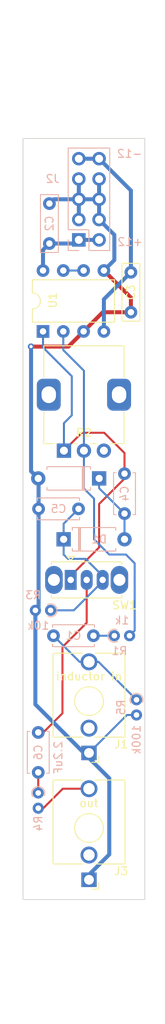
<source format=kicad_pcb>
(kicad_pcb (version 20211014) (generator pcbnew)
  (layers (0 "F.Cu" signal) (31 "B.Cu" signal) (34 "B.Paste" user) (35 "F.Paste" user) (36 "B.SilkS" user "B.Silkscreen") (37 "F.SilkS" user "F.Silkscreen") (38 "B.Mask" user) (39 "F.Mask" user) (44 "Edge.Cuts" user))
  (net 0 "")
  (net 1 "+12V")
  (net 2 "GND")
  (net 3 "-12V")
  (net 4 "Net-(1n34a1-Pad1)")
  (net 5 "Net-(C1-Pad1)")
  (net 6 "Net-(C1-Pad2)")
  (net 7 "Net-(C4-Pad1)")
  (net 8 "Net-(C5-Pad1)")
  (net 9 "Net-(C6-Pad1)")
  (net 10 "Net-(C6-Pad2)")
  (net 11 "Net-(J3-PadT)")
  (net 12 "Net-(R1-Pad2)")
  (net 13 "Net-(U1-Pad6)")
  (footprint "Connector_Audio:Jack_3.5mm_QingPu_WQP-PJ398SM_Vertical_CircularHoles" (layer "F.Cu") (at 186.055 124.525 180)
    (fp_text reference "J3" (at -4.03 1.08) (layer "F.SilkS"))
    (fp_text value "out" (at 0 9.59) (layer "F.SilkS"))
    (fp_line (start -0.8 12.48) (end -4.5 12.48) (layer "F.SilkS") (width 0.12))
    (fp_line (start -1.23 -1.17) (end -0.37 -1.17) (layer "F.SilkS") (width 0.12))
    (fp_line (start -0.72 1.98) (end -4.5 1.98) (layer "F.SilkS") (width 0.12))
    (fp_line (start -4.5 1.98) (end -4.5 12.48) (layer "F.SilkS") (width 0.12))
    (fp_line (start 4.5 1.98) (end 0.72 1.98) (layer "F.SilkS") (width 0.12))
    (fp_line (start 4.5 1.98) (end 4.5 12.48) (layer "F.SilkS") (width 0.12))
    (fp_line (start 4.5 12.48) (end 0.8 12.48) (layer "F.SilkS") (width 0.12))
    (fp_line (start -1.23 -1.17) (end -1.23 -0.37) (layer "F.SilkS") (width 0.12))
    (fp_circle (center 0 6.48) (end 1.8 6.48) (layer "F.SilkS") (width 0.12) (fill none))
    (pad "S" thru_hole rect (at 0 0) (size 1.93 1.83) (drill 1.22) (layers *.Cu *.Mask) (net 2 "GND"))
    (pad "T" thru_hole circle (at 0 11.4) (size 2.13 2.13) (drill 1.43) (layers *.Cu *.Mask) (net 11 "Net-(J3-PadT)"))
    (pad "TN" thru_hole circle (at 0 3.1) (size 2.13 2.13) (drill 1.42) (layers *.Cu *.Mask))
  )
  (footprint "Package_DIP:DIP-8_W7.62mm" (layer "F.Cu") (at 180.3 55.9 90)
    (fp_text reference "U1" (at 3.9 1.2 90) (layer "F.SilkS"))
    (fp_text value "TL072")
    (fp_line (start 1.16 -1.33) (end 1.16 8.95) (layer "F.SilkS") (width 0.12))
    (fp_line (start 6.46 -1.33) (end 4.81 -1.33) (layer "F.SilkS") (width 0.12))
    (fp_line (start 2.81 -1.33) (end 1.16 -1.33) (layer "F.SilkS") (width 0.12))
    (fp_line (start 1.16 8.95) (end 6.46 8.95) (layer "F.SilkS") (width 0.12))
    (fp_line (start 6.46 8.95) (end 6.46 -1.33) (layer "F.SilkS") (width 0.12))
    (fp_arc (start 4.81 -1.33) (mid 3.81 -0.33) (end 2.81 -1.33) (layer "F.SilkS") (width 0.12))
    (pad "1" thru_hole rect (at 0 0 90) (size 1.6 1.6) (drill 0.8) (layers *.Cu *.Mask) (net 7 "Net-(C4-Pad1)"))
    (pad "2" thru_hole oval (at 0 2.54 90) (size 1.6 1.6) (drill 0.8) (layers *.Cu *.Mask) (net 12 "Net-(R1-Pad2)"))
    (pad "3" thru_hole oval (at 0 5.08 90) (size 1.6 1.6) (drill 0.8) (layers *.Cu *.Mask) (net 2 "GND"))
    (pad "4" thru_hole oval (at 0 7.62 90) (size 1.6 1.6) (drill 0.8) (layers *.Cu *.Mask) (net 3 "-12V"))
    (pad "5" thru_hole oval (at 7.62 7.62 90) (size 1.6 1.6) (drill 0.8) (layers *.Cu *.Mask) (net 2 "GND"))
    (pad "6" thru_hole oval (at 7.62 5.08 90) (size 1.6 1.6) (drill 0.8) (layers *.Cu *.Mask) (net 13 "Net-(U1-Pad6)"))
    (pad "7" thru_hole oval (at 7.62 2.54 90) (size 1.6 1.6) (drill 0.8) (layers *.Cu *.Mask) (net 13 "Net-(U1-Pad6)"))
    (pad "8" thru_hole oval (at 7.62 0 90) (size 1.6 1.6) (drill 0.8) (layers *.Cu *.Mask) (net 1 "+12V"))
  )
  (footprint "Capacitor_THT:C_Rect_L7.0mm_W2.0mm_P5.00mm" (layer "F.Cu") (at 191.3 48.5 -90)
    (fp_text reference "C3" (at 2.5 0 90) (layer "F.SilkS"))
    (fp_text value "10uF")
    (fp_line (start 6.12 -1.12) (end 6.12 1.12) (layer "F.SilkS") (width 0.12))
    (fp_line (start -1.12 1.12) (end 6.12 1.12) (layer "F.SilkS") (width 0.12))
    (fp_line (start -1.12 -1.12) (end -1.12 1.12) (layer "F.SilkS") (width 0.12))
    (fp_line (start -1.12 -1.12) (end 6.12 -1.12) (layer "F.SilkS") (width 0.12))
    (pad "1" thru_hole circle (at 0 0 270) (size 1.6 1.6) (drill 0.8) (layers *.Cu *.Mask) (net 3 "-12V"))
    (pad "2" thru_hole circle (at 5 0 270) (size 1.6 1.6) (drill 0.8) (layers *.Cu *.Mask) (net 2 "GND"))
  )
  (footprint "Potentiometer_THT:Potentiometer_Alps_RK09K_Single_Vertical" (layer "F.Cu") (at 182.92 70.82 90)
    (fp_text reference "R2" (at 2.24 2.5 180) (layer "F.SilkS"))
    (fp_text value "500k(audio)")
    (fp_line (start 0.88 1.25) (end 0.88 1.63) (layer "F.SilkS") (width 0.12))
    (fp_line (start 13.12 -2.521) (end 13.12 7.52) (layer "F.SilkS") (width 0.12))
    (fp_line (start 9.184 7.52) (end 13.12 7.52) (layer "F.SilkS") (width 0.12))
    (fp_line (start 0.88 3.371) (end 0.88 4.13) (layer "F.SilkS") (width 0.12))
    (fp_line (start 0.88 -2.521) (end 4.817 -2.521) (layer "F.SilkS") (width 0.12))
    (fp_line (start 0.88 7.52) (end 4.817 7.52) (layer "F.SilkS") (width 0.12))
    (fp_line (start 0.88 -2.521) (end 0.88 -1.2) (layer "F.SilkS") (width 0.12))
    (fp_line (start 0.88 5.87) (end 0.88 7.52) (layer "F.SilkS") (width 0.12))
    (fp_line (start 9.184 -2.521) (end 13.12 -2.521) (layer "F.SilkS") (width 0.12))
    (pad "1" thru_hole rect (at 0 0 90) (size 1.8 1.8) (drill 1) (layers *.Cu *.Mask) (net 7 "Net-(C4-Pad1)"))
    (pad "2" thru_hole circle (at 0 2.5 90) (size 1.8 1.8) (drill 1) (layers *.Cu *.Mask) (net 12 "Net-(R1-Pad2)"))
    (pad "3" thru_hole circle (at 0 5 90) (size 1.8 1.8) (drill 1) (layers *.Cu *.Mask))
    (pad "MP" thru_hole roundrect (at 7 6.9 90) (size 4 3) (drill oval 2.1 1.8) (layers *.Cu *.Mask))
    (pad "MP" thru_hole roundrect (at 7 -1.9 90) (size 4 3) (drill oval 2.1 1.8) (layers *.Cu *.Mask))
  )
  (footprint "Button_Switch_THT:SW_Slide_1P2T_CK_OS102011MS2Q" (layer "F.Cu") (at 183.765 86.995)
    (fp_text reference "SW1" (at 6.735 3.175) (layer "F.SilkS"))
    (fp_text value "demodulate")
    (fp_line (start -2.41 2.26) (end -2.41 1.95) (layer "F.SilkS") (width 0.12))
    (fp_line (start 0 -2.46) (end 0.5 -2.96) (layer "F.SilkS") (width 0.12))
    (fp_line (start -0.5 -2.96) (end 0 -2.46) (layer "F.SilkS") (width 0.12))
    (fp_line (start 0.5 -2.96) (end -0.5 -2.96) (layer "F.SilkS") (width 0.12))
    (fp_line (start -2.41 -1.95) (end -2.41 -2.26) (layer "F.SilkS") (width 0.12))
    (fp_line (start 6.41 2.26) (end -2.41 2.26) (layer "F.SilkS") (width 0.12))
    (fp_line (start 6.41 2.26) (end 6.41 1.95) (layer "F.SilkS") (width 0.12))
    (fp_line (start 6.41 -2.26) (end 6.41 -1.95) (layer "F.SilkS") (width 0.12))
    (fp_line (start -2.41 -2.26) (end 6.41 -2.26) (layer "F.SilkS") (width 0.12))
    (pad "" thru_hole oval (at 6.1 0) (size 2.2 3.5) (drill 1.5) (layers *.Cu *.Mask))
    (pad "" thru_hole oval (at -2.1 0) (size 2.2 3.5) (drill 1.5) (layers *.Cu *.Mask))
    (pad "1" thru_hole rect (at 0 0) (size 1.5 2.5) (drill 0.8) (layers *.Cu *.Mask) (net 7 "Net-(C4-Pad1)"))
    (pad "2" thru_hole oval (at 2 0) (size 1.5 2.5) (drill 0.8) (layers *.Cu *.Mask) (net 9 "Net-(C6-Pad1)"))
    (pad "3" thru_hole oval (at 4 0) (size 1.5 2.5) (drill 0.8) (layers *.Cu *.Mask) (net 8 "Net-(C5-Pad1)"))
  )
  (footprint "Connector_Audio:Jack_3.5mm_QingPu_WQP-PJ398SM_Vertical_CircularHoles" (layer "F.Cu") (at 186.055 108.65 180)
    (fp_text reference "J1" (at -4.03 1.08) (layer "F.SilkS"))
    (fp_text value "inductor in" (at 0 9.59) (layer "F.SilkS"))
    (fp_line (start 4.5 1.98) (end 4.5 12.48) (layer "F.SilkS") (width 0.12))
    (fp_line (start -1.23 -1.17) (end -1.23 -0.37) (layer "F.SilkS") (width 0.12))
    (fp_line (start 4.5 1.98) (end 0.72 1.98) (layer "F.SilkS") (width 0.12))
    (fp_line (start -4.5 1.98) (end -4.5 12.48) (layer "F.SilkS") (width 0.12))
    (fp_line (start -0.72 1.98) (end -4.5 1.98) (layer "F.SilkS") (width 0.12))
    (fp_line (start 4.5 12.48) (end 0.8 12.48) (layer "F.SilkS") (width 0.12))
    (fp_line (start -1.23 -1.17) (end -0.37 -1.17) (layer "F.SilkS") (width 0.12))
    (fp_line (start -0.8 12.48) (end -4.5 12.48) (layer "F.SilkS") (width 0.12))
    (fp_circle (center 0 6.48) (end 1.8 6.48) (layer "F.SilkS") (width 0.12) (fill none))
    (pad "S" thru_hole rect (at 0 0) (size 1.93 1.83) (drill 1.22) (layers *.Cu *.Mask) (net 2 "GND"))
    (pad "T" thru_hole circle (at 0 11.4) (size 2.13 2.13) (drill 1.43) (layers *.Cu *.Mask) (net 5 "Net-(C1-Pad1)"))
    (pad "TN" thru_hole circle (at 0 3.1) (size 2.13 2.13) (drill 1.42) (layers *.Cu *.Mask))
  )
  (footprint "Capacitor_THT:C_Disc_D5.0mm_W2.5mm_P5.00mm" (layer "B.Cu") (at 181.61 93.98)
    (fp_text reference "C1" (at 2.5 0) (layer "B.SilkS") (effects (justify mirror)))
    (fp_text value "2.2uF")
    (fp_line (start -0.12 1.37) (end 5.12 1.37) (layer "B.SilkS") (width 0.12))
    (fp_line (start -0.12 -1.055) (end -0.12 -1.37) (layer "B.SilkS") (width 0.12))
    (fp_line (start 5.12 -1.055) (end 5.12 -1.37) (layer "B.SilkS") (width 0.12))
    (fp_line (start -0.12 1.37) (end -0.12 1.055) (layer "B.SilkS") (width 0.12))
    (fp_line (start 5.12 1.37) (end 5.12 1.055) (layer "B.SilkS") (width 0.12))
    (fp_line (start -0.12 -1.37) (end 5.12 -1.37) (layer "B.SilkS") (width 0.12))
    (pad "1" thru_hole circle (at 0 0) (size 1.6 1.6) (drill 0.8) (layers *.Cu *.Mask) (net 5 "Net-(C1-Pad1)"))
    (pad "2" thru_hole circle (at 5 0) (size 1.6 1.6) (drill 0.8) (layers *.Cu *.Mask) (net 6 "Net-(C1-Pad2)"))
  )
  (footprint "Resistor_THT:R_Axial_DIN0204_L3.6mm_D1.6mm_P1.90mm_Vertical" (layer "B.Cu") (at 179.705 113.665 -90)
    (fp_text reference "R4" (at 3.81 0 90) (layer "B.SilkS") (effects (justify mirror)))
    (fp_text value "1k")
    (fp_arc (start 0.417133 0.7) (mid -0.813042 0.054435) (end 0.320095 -0.749359) (layer "B.SilkS") (width 0.12))
    (pad "1" thru_hole circle (at 0 0 270) (size 1.4 1.4) (drill 0.7) (layers *.Cu *.Mask) (net 10 "Net-(C6-Pad2)"))
    (pad "2" thru_hole oval (at 1.9 0 270) (size 1.4 1.4) (drill 0.7) (layers *.Cu *.Mask) (net 11 "Net-(J3-PadT)"))
  )
  (footprint "Diode_THT:D_A-405_P7.62mm_Horizontal" (layer "B.Cu") (at 187.325 74.295 180)
    (fp_text reference "1n34a1" hide)
    (fp_text value "D")
    (fp_line (start 1.87 1.47) (end 1.87 -1.47) (layer "B.SilkS") (width 0.12))
    (fp_line (start 1.09 1.47) (end 6.53 1.47) (layer "B.SilkS") (width 0.12))
    (fp_line (start 1.99 1.47) (end 1.99 -1.47) (layer "B.SilkS") (width 0.12))
    (fp_line (start 1.09 -1.14) (end 1.09 -1.47) (layer "B.SilkS") (width 0.12))
    (fp_line (start 6.53 1.47) (end 6.53 1.14) (layer "B.SilkS") (width 0.12))
    (fp_line (start 6.53 -1.47) (end 6.53 -1.14) (layer "B.SilkS") (width 0.12))
    (fp_line (start 1.09 -1.47) (end 6.53 -1.47) (layer "B.SilkS") (width 0.12))
    (fp_line (start 2.11 1.47) (end 2.11 -1.47) (layer "B.SilkS") (width 0.12))
    (fp_line (start 1.09 1.14) (end 1.09 1.47) (layer "B.SilkS") (width 0.12))
    (pad "1" thru_hole rect (at 0 0 180) (size 1.8 1.8) (drill 0.9) (layers *.Cu *.Mask) (net 4 "Net-(1n34a1-Pad1)"))
    (pad "2" thru_hole oval (at 7.62 0 180) (size 1.8 1.8) (drill 0.9) (layers *.Cu *.Mask) (net 2 "GND"))
  )
  (footprint "Diode_THT:D_A-405_P7.62mm_Horizontal" (layer "B.Cu") (at 182.88 81.915)
    (fp_text reference "D1" (at 4.445 0) (layer "B.SilkS") (effects (justify mirror)))
    (fp_text value "1n34a" hide)
    (fp_line (start 1.09 -1.14) (end 1.09 -1.47) (layer "B.SilkS") (width 0.12))
    (fp_line (start 6.53 1.47) (end 6.53 1.14) (layer "B.SilkS") (width 0.12))
    (fp_line (start 1.09 1.14) (end 1.09 1.47) (layer "B.SilkS") (width 0.12))
    (fp_line (start 6.53 -1.47) (end 6.53 -1.14) (layer "B.SilkS") (width 0.12))
    (fp_line (start 1.09 -1.47) (end 6.53 -1.47) (layer "B.SilkS") (width 0.12))
    (fp_line (start 2.11 1.47) (end 2.11 -1.47) (layer "B.SilkS") (width 0.12))
    (fp_line (start 1.99 1.47) (end 1.99 -1.47) (layer "B.SilkS") (width 0.12))
    (fp_line (start 1.09 1.47) (end 6.53 1.47) (layer "B.SilkS") (width 0.12))
    (fp_line (start 1.87 1.47) (end 1.87 -1.47) (layer "B.SilkS") (width 0.12))
    (pad "1" thru_hole rect (at 0 0) (size 1.8 1.8) (drill 0.9) (layers *.Cu *.Mask) (net 8 "Net-(C5-Pad1)"))
    (pad "2" thru_hole oval (at 7.62 0) (size 1.8 1.8) (drill 0.9) (layers *.Cu *.Mask) (net 4 "Net-(1n34a1-Pad1)"))
  )
  (footprint "Resistor_THT:R_Axial_DIN0204_L3.6mm_D1.6mm_P1.90mm_Vertical" (layer "B.Cu") (at 192 102 -90)
    (fp_text reference "R5" (at 0.95 1.92 90) (layer "B.SilkS") (effects (justify mirror)))
    (fp_text value "100k" (at 5 0 90) (layer "B.SilkS") (effects (justify mirror)))
    (fp_arc (start 0.417133 0.7) (mid -0.813042 0.054435) (end 0.320095 -0.749359) (layer "B.SilkS") (width 0.12))
    (pad "1" thru_hole circle (at 0 0 270) (size 1.4 1.4) (drill 0.7) (layers *.Cu *.Mask) (net 5 "Net-(C1-Pad1)"))
    (pad "2" thru_hole oval (at 1.9 0 270) (size 1.4 1.4) (drill 0.7) (layers *.Cu *.Mask) (net 2 "GND"))
  )
  (footprint "Resistor_THT:R_Axial_DIN0204_L3.6mm_D1.6mm_P1.90mm_Vertical" (layer "B.Cu") (at 181.245 90.805 180)
    (fp_text reference "R3" (at 2.175 1.905) (layer "B.SilkS") (effects (justify mirror)))
    (fp_text value "10k" (at 1.54 -1.905) (layer "B.SilkS") (effects (justify mirror)))
    (fp_arc (start 0.417133 0.7) (mid -0.813042 0.054435) (end 0.320095 -0.749359) (layer "B.SilkS") (width 0.12))
    (pad "1" thru_hole circle (at 0 0 180) (size 1.4 1.4) (drill 0.7) (layers *.Cu *.Mask) (net 8 "Net-(C5-Pad1)"))
    (pad "2" thru_hole oval (at 1.9 0 180) (size 1.4 1.4) (drill 0.7) (layers *.Cu *.Mask) (net 2 "GND"))
  )
  (footprint "Resistor_THT:R_Axial_DIN0204_L3.6mm_D1.6mm_P1.90mm_Vertical" (layer "B.Cu") (at 189.23 93.98)
    (fp_text reference "R1" (at 0.635 1.905) (layer "B.SilkS") (effects (justify mirror)))
    (fp_text value "1k" (at 0.95 -1.92) (layer "B.SilkS") (effects (justify mirror)))
    (fp_arc (start 0.417133 0.7) (mid -0.813042 0.054435) (end 0.320095 -0.749359) (layer "B.SilkS") (width 0.12))
    (pad "1" thru_hole circle (at 0 0) (size 1.4 1.4) (drill 0.7) (layers *.Cu *.Mask) (net 6 "Net-(C1-Pad2)"))
    (pad "2" thru_hole oval (at 1.9 0) (size 1.4 1.4) (drill 0.7) (layers *.Cu *.Mask) (net 12 "Net-(R1-Pad2)"))
  )
  (footprint "Capacitor_THT:C_Disc_D5.0mm_W2.5mm_P5.00mm" (layer "B.Cu") (at 190.5 73.7 -90)
    (fp_text reference "C4" (at 2.5 0 90) (layer "B.SilkS") (effects (justify mirror)))
    (fp_text value "1nF")
    (fp_line (start 5.12 -1.055) (end 5.12 -1.37) (layer "B.SilkS") (width 0.12))
    (fp_line (start -0.12 -1.055) (end -0.12 -1.37) (layer "B.SilkS") (width 0.12))
    (fp_line (start 5.12 1.37) (end 5.12 1.055) (layer "B.SilkS") (width 0.12))
    (fp_line (start -0.12 1.37) (end 5.12 1.37) (layer "B.SilkS") (width 0.12))
    (fp_line (start -0.12 1.37) (end -0.12 1.055) (layer "B.SilkS") (width 0.12))
    (fp_line (start -0.12 -1.37) (end 5.12 -1.37) (layer "B.SilkS") (width 0.12))
    (pad "1" thru_hole circle (at 0 0 270) (size 1.6 1.6) (drill 0.8) (layers *.Cu *.Mask) (net 7 "Net-(C4-Pad1)"))
    (pad "2" thru_hole circle (at 5 0 270) (size 1.6 1.6) (drill 0.8) (layers *.Cu *.Mask) (net 4 "Net-(1n34a1-Pad1)"))
  )
  (footprint "Capacitor_THT:C_Rect_L7.0mm_W2.0mm_P5.00mm" (layer "B.Cu") (at 181.1 39.9 -90)
    (fp_text reference "C2" (at 2.5 0 -90) (layer "B.SilkS") (effects (justify mirror)))
    (fp_text value "10uF")
    (fp_line (start -1.12 1.12) (end -1.12 -1.12) (layer "B.SilkS") (width 0.12))
    (fp_line (start -1.12 -1.12) (end 6.12 -1.12) (layer "B.SilkS") (width 0.12))
    (fp_line (start -1.12 1.12) (end 6.12 1.12) (layer "B.SilkS") (width 0.12))
    (fp_line (start 6.12 1.12) (end 6.12 -1.12) (layer "B.SilkS") (width 0.12))
    (pad "1" thru_hole circle (at 0 0 270) (size 1.6 1.6) (drill 0.8) (layers *.Cu *.Mask) (net 2 "GND"))
    (pad "2" thru_hole circle (at 5 0 270) (size 1.6 1.6) (drill 0.8) (layers *.Cu *.Mask) (net 1 "+12V"))
  )
  (footprint "Capacitor_THT:C_Disc_D5.0mm_W2.5mm_P5.00mm" (layer "B.Cu") (at 179.705 106.085 -90)
    (fp_text reference "C6" (at 2.5 0 90) (layer "B.SilkS") (effects (justify mirror)))
    (fp_text value "2.2uF" (at 3.135 -2.5 90) (layer "B.SilkS") (effects (justify mirror)))
    (fp_line (start 5.12 1.37) (end 5.12 1.055) (layer "B.SilkS") (width 0.12))
    (fp_line (start -0.12 -1.37) (end 5.12 -1.37) (layer "B.SilkS") (width 0.12))
    (fp_line (start 5.12 -1.055) (end 5.12 -1.37) (layer "B.SilkS") (width 0.12))
    (fp_line (start -0.12 1.37) (end -0.12 1.055) (layer "B.SilkS") (width 0.12))
    (fp_line (start -0.12 1.37) (end 5.12 1.37) (layer "B.SilkS") (width 0.12))
    (fp_line (start -0.12 -1.055) (end -0.12 -1.37) (layer "B.SilkS") (width 0.12))
    (pad "1" thru_hole circle (at 0 0 270) (size 1.6 1.6) (drill 0.8) (layers *.Cu *.Mask) (net 9 "Net-(C6-Pad1)"))
    (pad "2" thru_hole circle (at 5 0 270) (size 1.6 1.6) (drill 0.8) (layers *.Cu *.Mask) (net 10 "Net-(C6-Pad2)"))
  )
  (footprint "Capacitor_THT:C_Disc_D5.0mm_W2.5mm_P5.00mm" (layer "B.Cu") (at 184.745 78.105 180)
    (fp_text reference "C5" (at 2.5 0) (layer "B.SilkS") (effects (justify mirror)))
    (fp_text value "1nF")
    (fp_line (start -0.12 1.37) (end 5.12 1.37) (layer "B.SilkS") (width 0.12))
    (fp_line (start 5.12 1.37) (end 5.12 1.055) (layer "B.SilkS") (width 0.12))
    (fp_line (start -0.12 1.37) (end -0.12 1.055) (layer "B.SilkS") (width 0.12))
    (fp_line (start 5.12 -1.055) (end 5.12 -1.37) (layer "B.SilkS") (width 0.12))
    (fp_line (start -0.12 -1.37) (end 5.12 -1.37) (layer "B.SilkS") (width 0.12))
    (fp_line (start -0.12 -1.055) (end -0.12 -1.37) (layer "B.SilkS") (width 0.12))
    (pad "1" thru_hole circle (at 0 0 180) (size 1.6 1.6) (drill 0.8) (layers *.Cu *.Mask) (net 8 "Net-(C5-Pad1)"))
    (pad "2" thru_hole circle (at 5 0 180) (size 1.6 1.6) (drill 0.8) (layers *.Cu *.Mask) (net 2 "GND"))
  )
  (footprint "Connector_PinHeader_2.54mm:PinHeader_2x05_P2.54mm_Vertical" (layer "B.Cu") (at 184.78 44.445)
    (fp_text reference "J2" (at -3.28 -7.645) (layer "B.SilkS") (effects (justify mirror)))
    (fp_text value "Eurorack Power")
    (fp_line (start 1.27 1.33) (end 3.87 1.33) (layer "B.SilkS") (width 0.12))
    (fp_line (start -1.33 -1.27) (end -1.33 -11.49) (layer "B.SilkS") (width 0.12))
    (fp_line (start -1.33 -11.49) (end 3.87 -11.49) (layer "B.SilkS") (width 0.12))
    (fp_line (start -1.33 -1.27) (end 1.27 -1.27) (layer "B.SilkS") (width 0.12))
    (fp_line (start 1.27 -1.27) (end 1.27 1.33) (layer "B.SilkS") (width 0.12))
    (fp_line (start -1.33 0) (end -1.33 1.33) (layer "B.SilkS") (width 0.12))
    (fp_line (start 3.87 1.33) (end 3.87 -11.49) (layer "B.SilkS") (width 0.12))
    (fp_line (start -1.33 1.33) (end 0 1.33) (layer "B.SilkS") (width 0.12))
    (pad "1" thru_hole rect (at 0 0) (size 1.7 1.7) (drill 1) (layers *.Cu *.Mask) (net 1 "+12V"))
    (pad "2" thru_hole oval (at 2.54 0) (size 1.7 1.7) (drill 1) (layers *.Cu *.Mask) (net 1 "+12V"))
    (pad "3" thru_hole oval (at 0 -2.54) (size 1.7 1.7) (drill 1) (layers *.Cu *.Mask) (net 2 "GND"))
    (pad "4" thru_hole oval (at 2.54 -2.54) (size 1.7 1.7) (drill 1) (layers *.Cu *.Mask) (net 2 "GND"))
    (pad "5" thru_hole oval (at 0 -5.08) (size 1.7 1.7) (drill 1) (layers *.Cu *.Mask) (net 2 "GND"))
    (pad "6" thru_hole oval (at 2.54 -5.08) (size 1.7 1.7) (drill 1) (layers *.Cu *.Mask) (net 2 "GND"))
    (pad "7" thru_hole oval (at 0 -7.62) (size 1.7 1.7) (drill 1) (layers *.Cu *.Mask) (net 2 "GND"))
    (pad "8" thru_hole oval (at 2.54 -7.62) (size 1.7 1.7) (drill 1) (layers *.Cu *.Mask) (net 2 "GND"))
    (pad "9" thru_hole oval (at 0 -10.16) (size 1.7 1.7) (drill 1) (layers *.Cu *.Mask) (net 3 "-12V"))
    (pad "10" thru_hole oval (at 2.54 -10.16) (size 1.7 1.7) (drill 1) (layers *.Cu *.Mask) (net 3 "-12V"))
  )
  (gr_rect (start 177.8 127) (end 193.04 31.75) (layer "Edge.Cuts") (width 0.1) (fill none))
  (gr_text "-12" (at 191.135 33.655) (layer "B.SilkS") (effects (font (size 1 1)) (justify mirror)))
  (gr_text "+12" (at 191.2 44.7) (layer "B.SilkS") (effects (font (size 1 1)) (justify mirror)))
  (segment (start 184.755 44.445) (end 184.78 44.445) (width 0.5) (layer "B.Cu") (net 1))
  (segment (start 187.32 44.445) (end 184.78 44.445) (width 0.5) (layer "B.Cu") (net 1))
  (segment (start 184.325 44.9) (end 184.78 44.445) (width 0.5) (layer "B.Cu") (net 1))
  (segment (start 180.3 45.7) (end 181.1 44.9) (width 0.5) (layer "B.Cu") (net 1))
  (segment (start 180.3 48.28) (end 180.3 45.7) (width 0.5) (layer "B.Cu") (net 1))
  (segment (start 184.15 45.075) (end 184.78 44.445) (width 0.25) (layer "B.Cu") (net 1))
  (segment (start 181.1 44.9) (end 184.325 44.9) (width 0.5) (layer "B.Cu") (net 1))
  (segment (start 187.78 53.5) (end 191.3 53.5) (width 0.5) (layer "F.Cu") (net 2))
  (segment (start 183.48 57.8) (end 178.8 57.8) (width 0.5) (layer "F.Cu") (net 2))
  (segment (start 185.38 55.9) (end 183.48 57.8) (width 0.5) (layer "F.Cu") (net 2))
  (segment (start 185.38 55.9) (end 187.78 53.5) (width 0.5) (layer "F.Cu") (net 2))
  (segment (start 191.3 51.66) (end 187.92 48.28) (width 0.5) (layer "F.Cu") (net 2))
  (segment (start 191.3 53.5) (end 191.3 51.66) (width 0.5) (layer "F.Cu") (net 2))
  (via (at 178.8 57.8) (size 0.8) (drill 0.4) (layers "F.Cu" "B.Cu") (net 2))
  (segment (start 187.32 36.825) (end 187.32 41.905) (width 0.5) (layer "B.Cu") (net 2))
  (segment (start 189.23 43.815) (end 187.32 41.905) (width 0.5) (layer "B.Cu") (net 2))
  (segment (start 184.78 36.825) (end 184.78 41.905) (width 0.5) (layer "B.Cu") (net 2))
  (segment (start 179.745 74.335) (end 179.705 74.295) (width 0.5) (layer "B.Cu") (net 2))
  (segment (start 184.78 39.365) (end 187.32 39.365) (width 0.5) (layer "B.Cu") (net 2))
  (segment (start 179.345 102.575) (end 185.42 108.65) (width 0.5) (layer "B.Cu") (net 2))
  (segment (start 188.595 111.825) (end 188.595 121.35) (width 0.5) (layer "B.Cu") (net 2))
  (segment (start 179.745 91.04) (end 179.345 91.44) (width 0.5) (layer "B.Cu") (net 2))
  (segment (start 179.345 91.44) (end 179.345 102.575) (width 0.5) (layer "B.Cu") (net 2))
  (segment (start 178.8 57.8) (end 178.805 57.805) (width 0.5) (layer "B.Cu") (net 2))
  (segment (start 188.595 121.35) (end 185.42 124.525) (width 0.5) (layer "B.Cu") (net 2))
  (segment (start 178.805 73.395) (end 179.705 74.295) (width 0.5) (layer "B.Cu") (net 2))
  (segment (start 179.745 78.105) (end 179.745 91.04) (width 0.5) (layer "B.Cu") (net 2))
  (segment (start 190.805 103.9) (end 186.055 108.65) (width 0.25) (layer "B.Cu") (net 2))
  (segment (start 185.42 108.65) (end 188.595 111.825) (width 0.5) (layer "B.Cu") (net 2))
  (segment (start 192 103.9) (end 190.805 103.9) (width 0.25) (layer "B.Cu") (net 2))
  (segment (start 184.78 39.365) (end 181.635 39.365) (width 0.5) (layer "B.Cu") (net 2))
  (segment (start 179.745 78.105) (end 179.745 74.335) (width 0.5) (layer "B.Cu") (net 2))
  (segment (start 187.92 48.28) (end 189.23 46.97) (width 0.5) (layer "B.Cu") (net 2))
  (segment (start 178.805 57.805) (end 178.805 73.395) (width 0.5) (layer "B.Cu") (net 2))
  (segment (start 181.635 39.365) (end 181.1 39.9) (width 0.5) (layer "B.Cu") (net 2))
  (segment (start 189.23 46.97) (end 189.23 43.815) (width 0.5) (layer "B.Cu") (net 2))
  (segment (start 187.32 34.285) (end 184.78 34.285) (width 0.5) (layer "B.Cu") (net 3))
  (segment (start 191.3 48.5) (end 187.92 51.88) (width 0.5) (layer "B.Cu") (net 3))
  (segment (start 191.3 38.265) (end 191.3 48.5) (width 0.5) (layer "B.Cu") (net 3))
  (segment (start 187.32 34.285) (end 191.3 38.265) (width 0.5) (layer "B.Cu") (net 3))
  (segment (start 187.92 51.88) (end 187.92 55.9) (width 0.5) (layer "B.Cu") (net 3))
  (segment (start 190.5 81.915) (end 190.5 78.7) (width 0.25) (layer "B.Cu") (net 4))
  (segment (start 187.325 75.525) (end 190.5 78.7) (width 0.25) (layer "B.Cu") (net 4))
  (segment (start 187.325 74.295) (end 187.325 75.525) (width 0.25) (layer "B.Cu") (net 4))
  (segment (start 184.88 97.25) (end 185.42 97.25) (width 0.25) (layer "B.Cu") (net 5))
  (segment (start 181.61 93.98) (end 184.88 97.25) (width 0.25) (layer "B.Cu") (net 5))
  (segment (start 187.25 97.25) (end 186.055 97.25) (width 0.25) (layer "B.Cu") (net 5))
  (segment (start 192 102) (end 187.25 97.25) (width 0.25) (layer "B.Cu") (net 5))
  (segment (start 186.61 93.98) (end 189.23 93.98) (width 0.25) (layer "B.Cu") (net 6))
  (segment (start 190.5 71.12) (end 187.96 68.58) (width 0.25) (layer "F.Cu") (net 7))
  (segment (start 190.5 74.315) (end 187.325 77.49) (width 0.25) (layer "F.Cu") (net 7))
  (segment (start 187.325 82.935) (end 183.765 86.495) (width 0.25) (layer "F.Cu") (net 7))
  (segment (start 187.325 77.49) (end 187.325 82.935) (width 0.25) (layer "F.Cu") (net 7))
  (segment (start 187.96 68.58) (end 185.16 68.58) (width 0.25) (layer "F.Cu") (net 7))
  (segment (start 185.16 68.58) (end 182.92 70.82) (width 0.25) (layer "F.Cu") (net 7))
  (segment (start 190.5 73.7) (end 190.5 71.12) (width 0.25) (layer "F.Cu") (net 7))
  (segment (start 183.765 86.495) (end 183.765 86.995) (width 0.25) (layer "F.Cu") (net 7))
  (segment (start 190.5 73.7) (end 190.5 74.315) (width 0.25) (layer "F.Cu") (net 7))
  (segment (start 180.3 57.9) (end 180.3 55.9) (width 0.25) (layer "B.Cu") (net 7))
  (segment (start 183.9 66.4) (end 183.9 61.5) (width 0.25) (layer "B.Cu") (net 7))
  (segment (start 182.92 67.38) (end 183.9 66.4) (width 0.25) (layer "B.Cu") (net 7))
  (segment (start 182.92 70.82) (end 182.92 67.38) (width 0.25) (layer "B.Cu") (net 7))
  (segment (start 183.6 70.14) (end 182.92 70.82) (width 0.25) (layer "B.Cu") (net 7))
  (segment (start 183.9 61.5) (end 180.3 57.9) (width 0.25) (layer "B.Cu") (net 7))
  (segment (start 184.15 90.805) (end 181.245 90.805) (width 0.25) (layer "B.Cu") (net 8))
  (segment (start 184.15 90.805) (end 187.765 87.19) (width 0.25) (layer "B.Cu") (net 8))
  (segment (start 183.42 84.36) (end 185.63 84.36) (width 0.25) (layer "B.Cu") (net 8))
  (segment (start 187.765 86.495) (end 187.765 86.995) (width 0.25) (layer "B.Cu") (net 8))
  (segment (start 187.765 87.19) (end 187.765 86.995) (width 0.25) (layer "B.Cu") (net 8))
  (segment (start 182.88 83.82) (end 183.42 84.36) (width 0.25) (layer "B.Cu") (net 8))
  (segment (start 182.88 81.915) (end 182.88 79.97) (width 0.25) (layer "B.Cu") (net 8))
  (segment (start 182.88 79.97) (end 184.745 78.105) (width 0.25) (layer "B.Cu") (net 8))
  (segment (start 182.88 81.915) (end 182.88 83.82) (width 0.25) (layer "B.Cu") (net 8))
  (segment (start 185.63 84.36) (end 187.765 86.495) (width 0.25) (layer "B.Cu") (net 8))
  (segment (start 185.765 92.365) (end 185.765 86.995) (width 0.25) (layer "F.Cu") (net 9))
  (segment (start 180.34 106.085) (end 182.734511 103.690489) (width 0.25) (layer "F.Cu") (net 9))
  (segment (start 182.734511 103.690489) (end 182.734511 95.395489) (width 0.25) (layer "F.Cu") (net 9))
  (segment (start 182.734511 95.395489) (end 185.765 92.365) (width 0.25) (layer "F.Cu") (net 9))
  (segment (start 179.705 113.665) (end 179.705 111.085) (width 0.25) (layer "F.Cu") (net 10))
  (segment (start 180.34 115.565) (end 182.78 113.125) (width 0.25) (layer "F.Cu") (net 11))
  (segment (start 182.78 113.125) (end 185.42 113.125) (width 0.25) (layer "F.Cu") (net 11))
  (segment (start 186.69 81.915) (end 186.69 76.835) (width 0.25) (layer "B.Cu") (net 12))
  (segment (start 191.77 93.34) (end 191.77 84.916721) (width 0.25) (layer "B.Cu") (net 12))
  (segment (start 185.42 60.82) (end 185.42 70.82) (width 0.25) (layer "B.Cu") (net 12))
  (segment (start 182.84 55.9) (end 182.84 58.24) (width 0.25) (layer "B.Cu") (net 12))
  (segment (start 188.595 83.82) (end 186.69 81.915) (width 0.25) (layer "B.Cu") (net 12))
  (segment (start 191.13 93.98) (end 191.77 93.34) (width 0.25) (layer "B.Cu") (net 12))
  (segment (start 186.69 76.835) (end 185.42 75.565) (width 0.25) (layer "B.Cu") (net 12))
  (segment (start 191.77 84.916721) (end 190.673279 83.82) (width 0.25) (layer "B.Cu") (net 12))
  (segment (start 182.84 58.24) (end 185.42 60.82) (width 0.25) (layer "B.Cu") (net 12))
  (segment (start 190.673279 83.82) (end 188.595 83.82) (width 0.25) (layer "B.Cu") (net 12))
  (segment (start 185.42 75.565) (end 185.42 70.82) (width 0.25) (layer "B.Cu") (net 12))
  (segment (start 185.38 48.28) (end 182.84 48.28) (width 0.25) (layer "B.Cu") (net 13))
)
</source>
